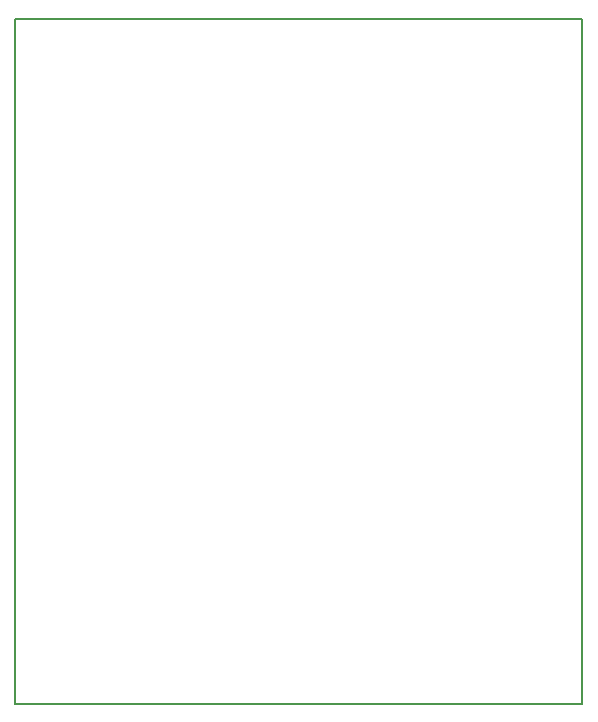
<source format=gko>
G04*
G04 #@! TF.GenerationSoftware,Altium Limited,Altium Designer,19.1.7 (138)*
G04*
G04 Layer_Color=16711935*
%FSLAX24Y24*%
%MOIN*%
G70*
G01*
G75*
%ADD11C,0.0079*%
D11*
X-0Y0D02*
X0Y22835D01*
X18898D01*
Y0D02*
Y22835D01*
X0Y0D02*
X18898D01*
M02*

</source>
